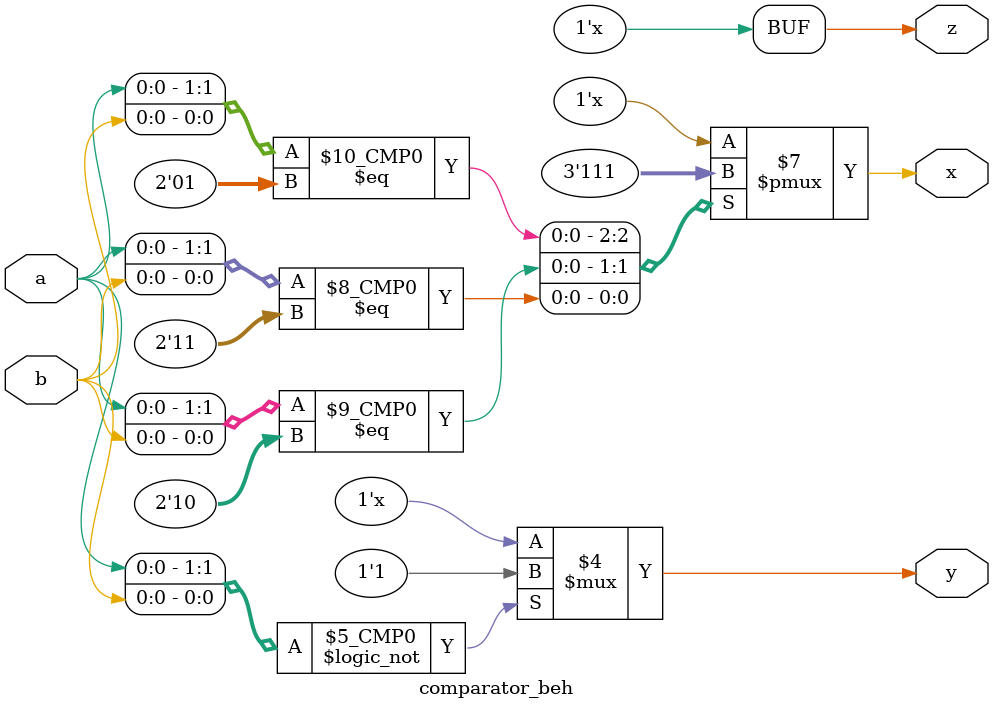
<source format=v>
module comparator_beh(a,b,x,y,z);
input a;
input b;
output reg x,y,z;
always@(*)
begin
case({a,b})
//x=a<b
4'b0001:x=1;
4'b0010:x=1;
4'b0011:x=1;
4'b0110:x=1;
4'b0111:x=1;
4'b1011:x=1;
endcase
case({a,b})
//y=a-b
4'b0000:y=1;
4'b0101:y=1;
4'b1010:y=1;
4'b1111:y=1;
endcase 

case({a,b})
//z=a>b
4'b0100:z=1;
4'b1000:z=1;
4'b1001:z=1;
4'b1100:z=1;
4'b1101:z=1;
4'b1110:z=1;
endcase
end
endmodule

</source>
